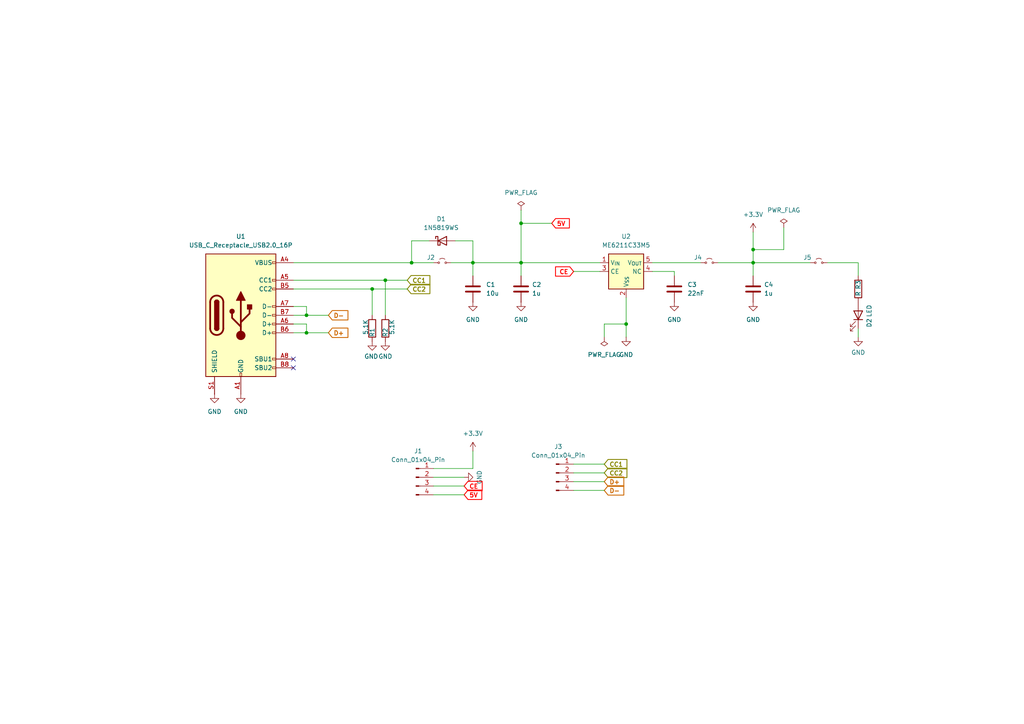
<source format=kicad_sch>
(kicad_sch (version 20250114) (generator "eeschema") (generator_version "9.0")
  (paper "A4")
  (lib_symbols
    (symbol "Connector:Conn_01x04_Pin" (pin_names (offset 1.016) (hide yes))
      (property "Reference" "J" (at 0 5.08 0))
      (property "Value" "Conn_01x04_Pin" (at 0 -7.62 0))
      (symbol "Conn_01x04_Pin_1_1"
        (rectangle (start 0.8636 2.667) (end 0 2.413) (stroke (width 0.1524)) (fill (type outline)))
        (rectangle (start 0.8636 0.127) (end 0 -0.127) (stroke (width 0.1524)) (fill (type outline)))
        (rectangle (start 0.8636 -2.413) (end 0 -2.667) (stroke (width 0.1524)) (fill (type outline)))
        (rectangle (start 0.8636 -4.953) (end 0 -5.207) (stroke (width 0.1524)) (fill (type outline)))
        (polyline (pts (xy 1.27 2.54) (xy 0.8636 2.54)) (stroke (width 0.1524)))
        (polyline (pts (xy 1.27 0) (xy 0.8636 0)) (stroke (width 0.1524)))
        (polyline (pts (xy 1.27 -2.54) (xy 0.8636 -2.54)) (stroke (width 0.1524)))
        (polyline (pts (xy 1.27 -5.08) (xy 0.8636 -5.08)) (stroke (width 0.1524)))
        (pin passive line (at 5.08 2.54 180) (length 3.81) (name "Pin_1") (number "1"))
        (pin passive line (at 5.08 0 180) (length 3.81) (name "Pin_2") (number "2"))
        (pin passive line (at 5.08 -2.54 180) (length 3.81) (name "Pin_3") (number "3"))
        (pin passive line (at 5.08 -5.08 180) (length 3.81) (name "Pin_4") (number "4"))
      )
    )
    (symbol "Connector:USB_C_Receptacle_USB2.0_16P" (pin_names (offset 1.016))
      (property "Reference" "J" (at 0 22.225 0))
      (property "Value" "USB_C_Receptacle_USB2.0_16P" (at 0 19.685 0))
      (symbol "USB_C_Receptacle_USB2.0_16P_0_0"
        (rectangle (start -0.254 -17.78) (end 0.254 -16.764))
        (rectangle (start 10.16 15.494) (end 9.144 14.986))
        (rectangle (start 10.16 10.414) (end 9.144 9.906))
        (rectangle (start 10.16 7.874) (end 9.144 7.366))
        (rectangle (start 10.16 2.794) (end 9.144 2.286))
        (rectangle (start 10.16 0.254) (end 9.144 -0.254))
        (rectangle (start 10.16 -2.286) (end 9.144 -2.794))
        (rectangle (start 10.16 -4.826) (end 9.144 -5.334))
        (rectangle (start 10.16 -12.446) (end 9.144 -12.954))
        (rectangle (start 10.16 -14.986) (end 9.144 -15.494))
      )
      (symbol "USB_C_Receptacle_USB2.0_16P_0_1"
        (rectangle (start -10.16 17.78) (end 10.16 -17.78) (stroke (width 0.254)) (fill (type background)))
        (polyline (pts (xy -8.89 -3.81) (xy -8.89 3.81)) (stroke (width 0.508)))
        (rectangle (start -7.62 -3.81) (end -6.35 3.81) (stroke (width 0.254)) (fill (type outline)))
        (arc (start -7.62 3.81) (mid -6.985 4.4423) (end -6.35 3.81) (stroke (width 0.254)))
        (arc (start -7.62 3.81) (mid -6.985 4.4423) (end -6.35 3.81) (stroke (width 0.254)) (fill (type outline)))
        (arc (start -8.89 3.81) (mid -6.985 5.7067) (end -5.08 3.81) (stroke (width 0.508)))
        (arc (start -5.08 -3.81) (mid -6.985 -5.7067) (end -8.89 -3.81) (stroke (width 0.508)))
        (arc (start -6.35 -3.81) (mid -6.985 -4.4423) (end -7.62 -3.81) (stroke (width 0.254)))
        (arc (start -6.35 -3.81) (mid -6.985 -4.4423) (end -7.62 -3.81) (stroke (width 0.254)) (fill (type outline)))
        (polyline (pts (xy -5.08 3.81) (xy -5.08 -3.81)) (stroke (width 0.508)))
        (circle (center -2.54 1.143) (radius 0.635) (stroke (width 0.254)) (fill (type outline)))
        (polyline (pts (xy -1.27 4.318) (xy 0 6.858) (xy 1.27 4.318) (xy -1.27 4.318)) (stroke (width 0.254)) (fill (type outline)))
        (polyline (pts (xy 0 -2.032) (xy 2.54 0.508) (xy 2.54 1.778)) (stroke (width 0.508)))
        (polyline (pts (xy 0 -3.302) (xy -2.54 -0.762) (xy -2.54 0.508)) (stroke (width 0.508)))
        (polyline (pts (xy 0 -5.842) (xy 0 4.318)) (stroke (width 0.508)))
        (circle (center 0 -5.842) (radius 1.27) (fill (type outline)))
        (rectangle (start 1.905 1.778) (end 3.175 3.048) (stroke (width 0.254)) (fill (type outline)))
      )
      (symbol "USB_C_Receptacle_USB2.0_16P_1_1"
        (pin passive line (at -7.62 -22.86 90) (length 5.08) (name "SHIELD") (number "S1"))
        (pin passive line (at 0 -22.86 90) (length 5.08) (name "GND") (number "A1"))
        (pin passive line (at 0 -22.86 90) (length 5.08) (hide yes) (name "GND") (number "A12"))
        (pin passive line (at 0 -22.86 90) (length 5.08) (hide yes) (name "GND") (number "B1"))
        (pin passive line (at 0 -22.86 90) (length 5.08) (hide yes) (name "GND") (number "B12"))
        (pin passive line (at 15.24 15.24 180) (length 5.08) (name "VBUS") (number "A4"))
        (pin passive line (at 15.24 15.24 180) (length 5.08) (hide yes) (name "VBUS") (number "A9"))
        (pin passive line (at 15.24 15.24 180) (length 5.08) (hide yes) (name "VBUS") (number "B4"))
        (pin passive line (at 15.24 15.24 180) (length 5.08) (hide yes) (name "VBUS") (number "B9"))
        (pin bidirectional line (at 15.24 10.16 180) (length 5.08) (name "CC1") (number "A5"))
        (pin bidirectional line (at 15.24 7.62 180) (length 5.08) (name "CC2") (number "B5"))
        (pin bidirectional line (at 15.24 2.54 180) (length 5.08) (name "D-") (number "A7"))
        (pin bidirectional line (at 15.24 0 180) (length 5.08) (name "D-") (number "B7"))
        (pin bidirectional line (at 15.24 -2.54 180) (length 5.08) (name "D+") (number "A6"))
        (pin bidirectional line (at 15.24 -5.08 180) (length 5.08) (name "D+") (number "B6"))
        (pin bidirectional line (at 15.24 -12.7 180) (length 5.08) (name "SBU1") (number "A8"))
        (pin bidirectional line (at 15.24 -15.24 180) (length 5.08) (name "SBU2") (number "B8"))
      )
    )
    (symbol "Device:C" (pin_numbers (hide yes)) (pin_names (offset 0.254))
      (property "Reference" "C" (at 0.635 2.54 0))
      (property "Value" "C" (at 0.635 -2.54 0))
      (symbol "C_0_1"
        (polyline (pts (xy -2.032 0.762) (xy 2.032 0.762)) (stroke (width 0.508)))
        (polyline (pts (xy -2.032 -0.762) (xy 2.032 -0.762)) (stroke (width 0.508)))
      )
      (symbol "C_1_1"
        (pin passive line (at 0 3.81 270) (length 2.794) (name "~") (number "1"))
        (pin passive line (at 0 -3.81 90) (length 2.794) (name "~") (number "2"))
      )
    )
    (symbol "Device:LED" (pin_numbers (hide yes)) (pin_names (offset 1.016) (hide yes))
      (property "Reference" "D" (at 0 2.54 0))
      (property "Value" "LED" (at 0 -2.54 0))
      (symbol "LED_0_1"
        (polyline (pts (xy -3.048 -0.762) (xy -4.572 -2.286) (xy -3.81 -2.286) (xy -4.572 -2.286) (xy -4.572 -1.524)))
        (polyline (pts (xy -1.778 -0.762) (xy -3.302 -2.286) (xy -2.54 -2.286) (xy -3.302 -2.286) (xy -3.302 -1.524)))
        (polyline (pts (xy -1.27 0) (xy 1.27 0)))
        (polyline (pts (xy -1.27 -1.27) (xy -1.27 1.27)) (stroke (width 0.254)))
        (polyline (pts (xy 1.27 -1.27) (xy 1.27 1.27) (xy -1.27 0) (xy 1.27 -1.27)) (stroke (width 0.254)))
      )
      (symbol "LED_1_1"
        (pin passive line (at -3.81 0 0) (length 2.54) (name "K") (number "1"))
        (pin passive line (at 3.81 0 180) (length 2.54) (name "A") (number "2"))
      )
    )
    (symbol "Device:R" (pin_numbers (hide yes)) (pin_names (offset 0))
      (property "Reference" "R" (at 2.032 0 90))
      (property "Value" "R" (at 0 0 90))
      (symbol "R_0_1"
        (rectangle (start -1.016 -2.54) (end 1.016 2.54) (stroke (width 0.254)))
      )
      (symbol "R_1_1"
        (pin passive line (at 0 3.81 270) (length 1.27) (name "~") (number "1"))
        (pin passive line (at 0 -3.81 90) (length 1.27) (name "~") (number "2"))
      )
    )
    (symbol "Diode:1N5819WS" (pin_numbers (hide yes)) (pin_names (offset 1.016) (hide yes))
      (property "Reference" "D" (at 0 2.54 0))
      (property "Value" "1N5819WS" (at 0 -2.54 0))
      (symbol "1N5819WS_0_1"
        (polyline (pts (xy -1.905 0.635) (xy -1.905 1.27) (xy -1.27 1.27) (xy -1.27 -1.27) (xy -0.635 -1.27) (xy -0.635 -0.635)) (stroke (width 0.254)))
        (polyline (pts (xy 1.27 1.27) (xy 1.27 -1.27) (xy -1.27 0) (xy 1.27 1.27)) (stroke (width 0.254)))
        (polyline (pts (xy 1.27 0) (xy -1.27 0)))
      )
      (symbol "1N5819WS_1_1"
        (pin passive line (at -3.81 0 0) (length 2.54) (name "K") (number "1"))
        (pin passive line (at 3.81 0 180) (length 2.54) (name "A") (number "2"))
      )
    )
    (symbol "GND_1" (power) (pin_numbers (hide yes)) (pin_names (offset 0) (hide yes))
      (property "Value" "GND" (at 0 -3.81 0))
      (symbol "GND_1_0_1"
        (polyline (pts (xy 0 0) (xy 0 -1.27) (xy 1.27 -1.27) (xy 0 -2.54) (xy -1.27 -1.27) (xy 0 -1.27)))
      )
      (symbol "GND_1_1_1"
        (pin power_in line (at 0 0 270) (length 0) (name "~") (number "1"))
      )
    )
    (symbol "Jumper:Jumper_2_Small_Open" (pin_numbers (hide yes)) (pin_names (offset 0) (hide yes))
      (property "Reference" "JP" (at 0 2.794 0))
      (property "Value" "Jumper_2_Small_Open" (at 0 -2.286 0))
      (symbol "Jumper_2_Small_Open_0_0"
        (circle (center -1.016 0) (radius 0.254))
        (circle (center 1.016 0) (radius 0.254))
      )
      (symbol "Jumper_2_Small_Open_0_1"
        (arc (start -0.762 1.0196) (mid 0 1.2729) (end 0.762 1.0196))
      )
      (symbol "Jumper_2_Small_Open_1_1"
        (pin passive line (at -2.54 0 0) (length 1.27) (name "A") (number "1"))
        (pin passive line (at 2.54 0 180) (length 1.27) (name "B") (number "2"))
      )
    )
    (symbol "Regulator_Linear:ME6211C33M5"
      (property "Reference" "U6" (at 0 10.16 0))
      (property "Value" "ME6211C33M5" (at 0 7.62 0))
      (symbol "ME6211C33M5_1_1"
        (rectangle (start -5.08 5.08) (end 5.08 -5.08) (stroke (width 0.254)) (fill (type background)))
        (pin power_in line (at -7.62 2.54 0) (length 2.54) (name "V_{IN}") (number "1"))
        (pin input line (at -7.62 0 0) (length 2.54) (name "CE") (number "3"))
        (pin power_in line (at 0 -7.62 90) (length 2.54) (name "V_{SS}") (number "2"))
        (pin power_out line (at 7.62 2.54 180) (length 2.54) (name "V_{OUT}") (number "5"))
        (pin free line (at 7.62 0 180) (length 2.54) (name "NC") (number "4"))
      )
    )
    (symbol "power:+3.3V" (power) (pin_numbers (hide yes)) (pin_names (offset 0) (hide yes))
      (property "Value" "+3.3V" (at 0 3.556 0))
      (symbol "+3.3V_0_1"
        (polyline (pts (xy -0.762 1.27) (xy 0 2.54)))
        (polyline (pts (xy 0 2.54) (xy 0.762 1.27)))
        (polyline (pts (xy 0 0) (xy 0 2.54)))
      )
      (symbol "+3.3V_1_1"
        (pin power_in line (at 0 0 90) (length 0) (name "~") (number "1"))
      )
    )
    (symbol "power:GND" (power) (pin_numbers (hide yes)) (pin_names (offset 0) (hide yes))
      (property "Value" "GND" (at 0 -3.81 0))
      (symbol "GND_0_1"
        (polyline (pts (xy 0 0) (xy 0 -1.27) (xy 1.27 -1.27) (xy 0 -2.54) (xy -1.27 -1.27) (xy 0 -1.27)))
      )
      (symbol "GND_1_1"
        (pin power_in line (at 0 0 270) (length 0) (name "~") (number "1"))
      )
    )
    (symbol "power:PWR_FLAG" (power) (pin_numbers (hide yes)) (pin_names (offset 0) (hide yes))
      (property "Value" "PWR_FLAG" (at 0 3.81 0))
      (symbol "PWR_FLAG_0_0"
        (pin power_out line (at 0 0 90) (length 0) (name "~") (number "1"))
      )
      (symbol "PWR_FLAG_0_1"
        (polyline (pts (xy 0 0) (xy 0 1.27) (xy -1.016 1.905) (xy 0 2.54) (xy 1.016 1.905) (xy 0 1.27)))
      )
    )
  )
  (junction (at 181.61 93.98))
  (junction (at 119.38 76.2))
  (junction (at 111.76 81.28))
  (junction (at 151.13 76.2))
  (junction (at 88.9 91.44))
  (junction (at 107.95 83.82))
  (junction (at 151.13 64.77))
  (junction (at 88.9 96.52))
  (junction (at 137.16 76.2))
  (junction (at 218.44 76.2))
  (junction (at 218.44 72.39))
  (no_connect (at 85.09 106.68))
  (no_connect (at 85.09 104.14))
  (wire (pts (xy 88.9 96.52) (xy 88.9 93.98)))
  (wire (pts (xy 195.58 78.74) (xy 189.23 78.74)))
  (wire (pts (xy 151.13 76.2) (xy 151.13 80.01)))
  (wire (pts (xy 85.09 76.2) (xy 119.38 76.2)))
  (wire (pts (xy 195.58 78.74) (xy 195.58 80.01)))
  (wire (pts (xy 85.09 83.82) (xy 107.95 83.82)))
  (wire (pts (xy 111.76 81.28) (xy 118.11 81.28)))
  (wire (pts (xy 134.62 140.97) (xy 125.73 140.97)))
  (wire (pts (xy 137.16 135.89) (xy 137.16 130.81)))
  (wire (pts (xy 107.95 83.82) (xy 118.11 83.82)))
  (wire (pts (xy 218.44 72.39) (xy 218.44 76.2)))
  (wire (pts (xy 175.26 93.98) (xy 181.61 93.98)))
  (wire (pts (xy 218.44 72.39) (xy 227.33 72.39)))
  (wire (pts (xy 107.95 83.82) (xy 107.95 91.44)))
  (wire (pts (xy 166.37 142.24) (xy 175.26 142.24)))
  (wire (pts (xy 134.62 143.51) (xy 125.73 143.51)))
  (wire (pts (xy 248.92 76.2) (xy 248.92 80.01)))
  (wire (pts (xy 248.92 97.79) (xy 248.92 95.25)))
  (wire (pts (xy 85.09 91.44) (xy 88.9 91.44)))
  (wire (pts (xy 227.33 72.39) (xy 227.33 66.04)))
  (wire (pts (xy 85.09 93.98) (xy 88.9 93.98)))
  (wire (pts (xy 137.16 69.85) (xy 137.16 76.2)))
  (wire (pts (xy 218.44 67.31) (xy 218.44 72.39)))
  (wire (pts (xy 151.13 60.96) (xy 151.13 64.77)))
  (wire (pts (xy 85.09 96.52) (xy 88.9 96.52)))
  (wire (pts (xy 189.23 76.2) (xy 203.2 76.2)))
  (wire (pts (xy 151.13 64.77) (xy 151.13 76.2)))
  (wire (pts (xy 88.9 91.44) (xy 95.25 91.44)))
  (wire (pts (xy 85.09 88.9) (xy 88.9 88.9)))
  (wire (pts (xy 181.61 93.98) (xy 181.61 97.79)))
  (wire (pts (xy 234.95 76.2) (xy 218.44 76.2)))
  (wire (pts (xy 166.37 134.62) (xy 175.26 134.62)))
  (wire (pts (xy 130.81 76.2) (xy 137.16 76.2)))
  (wire (pts (xy 218.44 76.2) (xy 218.44 80.01)))
  (wire (pts (xy 166.37 137.16) (xy 175.26 137.16)))
  (wire (pts (xy 208.28 76.2) (xy 218.44 76.2)))
  (wire (pts (xy 119.38 69.85) (xy 119.38 76.2)))
  (wire (pts (xy 125.73 135.89) (xy 137.16 135.89)))
  (wire (pts (xy 166.37 139.7) (xy 175.26 139.7)))
  (wire (pts (xy 125.73 138.43) (xy 134.62 138.43)))
  (wire (pts (xy 88.9 91.44) (xy 88.9 88.9)))
  (wire (pts (xy 175.26 93.98) (xy 175.26 97.79)))
  (wire (pts (xy 137.16 80.01) (xy 137.16 76.2)))
  (wire (pts (xy 88.9 96.52) (xy 95.25 96.52)))
  (wire (pts (xy 132.08 69.85) (xy 137.16 69.85)))
  (wire (pts (xy 119.38 76.2) (xy 125.73 76.2)))
  (wire (pts (xy 181.61 86.36) (xy 181.61 93.98)))
  (wire (pts (xy 160.02 64.77) (xy 151.13 64.77)))
  (wire (pts (xy 240.03 76.2) (xy 248.92 76.2)))
  (wire (pts (xy 166.37 78.74) (xy 173.99 78.74)))
  (wire (pts (xy 111.76 81.28) (xy 111.76 91.44)))
  (wire (pts (xy 85.09 81.28) (xy 111.76 81.28)))
  (wire (pts (xy 151.13 76.2) (xy 173.99 76.2)))
  (wire (pts (xy 137.16 76.2) (xy 151.13 76.2)))
  (wire (pts (xy 119.38 69.85) (xy 124.46 69.85)))
  (global_label "5V" (shape input) (at 134.62 143.51 0) (effects (font (thickness 0.254) (bold yes))) (property "Intersheetrefs" "${INTERSHEET_REFS}" (effects (hide yes))))
  (global_label "CC1" (shape input) (at 175.26 134.62 0) (effects (font (thickness 0.254) (bold yes))) (property "Intersheetrefs" "${INTERSHEET_REFS}" (effects (hide yes))))
  (global_label "CE" (shape input) (at 134.62 140.97 0) (effects (font (thickness 0.254) (bold yes))) (property "Intersheetrefs" "${INTERSHEET_REFS}" (effects (hide yes))))
  (global_label "CC2" (shape input) (at 118.11 83.82 0) (effects (font (thickness 0.254) (bold yes))) (property "Intersheetrefs" "${INTERSHEET_REFS}" (effects (hide yes))))
  (global_label "CC1" (shape input) (at 118.11 81.28 0) (effects (font (thickness 0.254) (bold yes))) (property "Intersheetrefs" "${INTERSHEET_REFS}" (effects (hide yes))))
  (global_label "5V" (shape input) (at 160.02 64.77 0) (effects (font (thickness 0.254) (bold yes))) (property "Intersheetrefs" "${INTERSHEET_REFS}" (effects (hide yes))))
  (global_label "D-" (shape input) (at 175.26 142.24 0) (effects (font (thickness 0.254) (bold yes))) (property "Intersheetrefs" "${INTERSHEET_REFS}" (effects (hide yes))))
  (global_label "D+" (shape input) (at 175.26 139.7 0) (effects (font (thickness 0.254) (bold yes))) (property "Intersheetrefs" "${INTERSHEET_REFS}" (effects (hide yes))))
  (global_label "CC2" (shape input) (at 175.26 137.16 0) (effects (font (thickness 0.254) (bold yes))) (property "Intersheetrefs" "${INTERSHEET_REFS}" (effects (hide yes))))
  (global_label "CE" (shape input) (at 166.37 78.74 180) (effects (font (thickness 0.254) (bold yes))) (property "Intersheetrefs" "${INTERSHEET_REFS}" (effects (hide yes))))
  (global_label "D+" (shape input) (at 95.25 96.52 0) (effects (font (thickness 0.254) (bold yes))) (property "Intersheetrefs" "${INTERSHEET_REFS}" (effects (hide yes))))
  (global_label "D-" (shape input) (at 95.25 91.44 0) (effects (font (thickness 0.254) (bold yes))) (property "Intersheetrefs" "${INTERSHEET_REFS}" (effects (hide yes))))
  (symbol (lib_id "power:GND") (at 181.61 97.79 0) (unit 1)
    (property "Reference" "#PWR09" (effects (hide yes)))
    (property "Value" "GND" (at 181.61 102.87 0))
    (property "Description" "Power symbol creates a global label with name \"GND\" , ground" (effects (hide yes)))
  )
  (symbol (lib_id "Device:R") (at 107.95 95.25 0) (unit 1)
    (property "Reference" "R1" (at 107.95 97.79 90) (effects (justify left)))
    (property "Value" "5.1K" (at 106.045 97.155 90) (effects (justify left)))
    (property "Footprint" "Resistor_SMD:R_0603_1608Metric" (effects (hide yes)))
  )
  (symbol (lib_id "power:+3.3V") (at 137.16 130.81 0) (unit 1)
    (property "Reference" "#PWR07" (effects (hide yes)))
    (property "Value" "+3.3V" (at 137.16 125.73 0))
    (property "Description" "Power symbol creates a global label with name \"+3.3V\"" (effects (hide yes)))
  )
  (symbol (lib_id "Jumper:Jumper_2_Small_Open") (at 205.74 76.2 0) (unit 1)
    (property "Reference" "J4" (at 202.438 74.676 0))
    (property "Value" "Jumper_2" (effects (hide yes)))
    (property "Footprint" "IOT-Mess-Footprints:Jumpper-triangle" (effects (hide yes)))
    (property "Description" "Jumper, 2-pole, small symbol, open" (effects (hide yes)))
  )
  (symbol (lib_id "Device:C") (at 137.16 83.82 0) (unit 1)
    (property "Reference" "C1" (at 140.97 82.55 0) (effects (justify left)))
    (property "Value" "10u" (at 140.97 85.09 0) (effects (justify left)))
    (property "Footprint" "Capacitor_SMD:C_0603_1608Metric" (effects (hide yes)))
  )
  (symbol (lib_name "GND_1") (lib_id "power:GND") (at 69.85 114.3 0) (unit 1)
    (property "Reference" "#PWR02" (effects (hide yes)))
    (property "Value" "GND" (at 69.85 119.38 0))
    (property "Description" "Power symbol creates a global label with name \"GND\" , ground" (effects (hide yes)))
  )
  (symbol (lib_name "GND_1") (lib_id "power:GND") (at 111.76 99.06 0) (mirror y) (unit 1)
    (property "Reference" "#PWR04" (effects (hide yes)))
    (property "Value" "GND" (at 109.728 103.378 0) (effects (justify right)))
    (property "Description" "Power symbol creates a global label with name \"GND\" , ground" (effects (hide yes)))
  )
  (symbol (lib_id "power:GND") (at 248.92 97.79 0) (mirror y) (unit 1)
    (property "Reference" "#PWR013" (effects (hide yes)))
    (property "Value" "GND" (at 248.92 102.235 0))
    (property "Description" "Power symbol creates a global label with name \"GND\" , ground" (effects (hide yes)))
  )
  (symbol (lib_id "Jumper:Jumper_2_Small_Open") (at 237.49 76.2 0) (unit 1)
    (property "Reference" "J5" (at 234.188 74.676 0))
    (property "Value" "Jumper_2" (effects (hide yes)))
    (property "Footprint" "IOT-Mess-Footprints:Jumpper-triangle" (effects (hide yes)))
    (property "Description" "Jumper, 2-pole, small symbol, open" (effects (hide yes)))
  )
  (symbol (lib_id "Device:R") (at 111.76 95.25 0) (unit 1)
    (property "Reference" "R2" (at 111.76 97.79 90) (effects (justify left)))
    (property "Value" "5.1K" (at 113.665 97.155 90) (effects (justify left)))
    (property "Footprint" "Resistor_SMD:R_0603_1608Metric" (effects (hide yes)))
  )
  (symbol (lib_id "Regulator_Linear:ME6211C33M5") (at 181.61 78.74 0) (unit 1)
    (property "Reference" "U2" (at 181.61 68.58 0))
    (property "Value" "ME6211C33M5" (at 181.61 71.12 0))
    (property "Footprint" "Package_TO_SOT_SMD:SOT-23-5" (effects (hide yes)))
    (property "Datasheet" "https://www.lcsc.com/datasheet/lcsc_datasheet_2304140030_MICRONE-Nanjing-Micro-One-Elec-ME6211C33R5G_C235316.pdf" (effects (hide yes)))
    (property "Description" "500mA low dropout linear regulator, shutdown pin, 6.5V max input voltage, 3.3V fixed positive output, SOT-23-5" (effects (hide yes)))
  )
  (symbol (lib_id "Device:C") (at 195.58 83.82 0) (unit 1)
    (property "Reference" "C3" (at 199.39 82.5499 0) (effects (justify left)))
    (property "Value" "22nF" (at 199.39 85.0899 0) (effects (justify left)))
    (property "Footprint" "Capacitor_SMD:C_0603_1608Metric" (effects (hide yes)))
  )
  (symbol (lib_id "Jumper:Jumper_2_Small_Open") (at 128.27 76.2 0) (unit 1)
    (property "Reference" "J2" (at 124.968 74.676 0))
    (property "Value" "Jumper_2" (effects (hide yes)))
    (property "Footprint" "IOT-Mess-Footprints:Jumpper-triangle" (effects (hide yes)))
    (property "Description" "Jumper, 2-pole, small symbol, open" (effects (hide yes)))
  )
  (symbol (lib_id "Connector:Conn_01x04_Pin") (at 161.29 137.16 0) (unit 1)
    (property "Reference" "J3" (at 161.925 129.54 0))
    (property "Value" "Conn_01x04_Pin" (at 161.925 132.08 0))
    (property "Footprint" "Connector_PinHeader_2.54mm:PinHeader_1x04_P2.54mm_Vertical" (effects (hide yes)))
    (property "Description" "Generic connector, single row, 01x04, script generated" (effects (hide yes)))
  )
  (symbol (lib_id "power:PWR_FLAG") (at 227.33 66.04 0) (unit 1)
    (property "Reference" "#FLG03" (effects (hide yes)))
    (property "Value" "PWR_FLAG" (at 227.33 60.96 0))
    (property "Description" "Special symbol for telling ERC where power comes from" (effects (hide yes)))
  )
  (symbol (lib_name "GND_1") (lib_id "power:GND") (at 195.58 87.63 0) (unit 1)
    (property "Reference" "#PWR010" (effects (hide yes)))
    (property "Value" "GND" (at 195.58 92.71 0))
    (property "Description" "Power symbol creates a global label with name \"GND\" , ground" (effects (hide yes)))
  )
  (symbol (lib_id "power:PWR_FLAG") (at 151.13 60.96 0) (unit 1)
    (property "Reference" "#FLG01" (effects (hide yes)))
    (property "Value" "PWR_FLAG" (at 151.13 55.88 0))
    (property "Description" "Special symbol for telling ERC where power comes from" (effects (hide yes)))
  )
  (symbol (lib_id "power:PWR_FLAG") (at 175.26 97.79 180) (unit 1)
    (property "Reference" "#FLG02" (effects (hide yes)))
    (property "Value" "PWR_FLAG" (at 175.26 102.87 0))
    (property "Description" "Special symbol for telling ERC where power comes from" (effects (hide yes)))
  )
  (symbol (lib_name "GND_1") (lib_id "power:GND") (at 62.23 114.3 0) (unit 1)
    (property "Reference" "#PWR01" (effects (hide yes)))
    (property "Value" "GND" (at 62.23 119.38 0))
    (property "Description" "Power symbol creates a global label with name \"GND\" , ground" (effects (hide yes)))
  )
  (symbol (lib_id "Device:LED") (at 248.92 91.44 270) (mirror x) (unit 1)
    (property "Reference" "D2" (at 252.095 93.6625 0))
    (property "Value" "LED" (at 252.095 90.17 0))
    (property "Footprint" "LED_SMD:LED_0603_1608Metric" (effects (hide yes)))
    (property "Description" "Light emitting diode" (effects (hide yes)))
    (property "Sim.Pins" "1=K 2=A" (effects (hide yes)))
  )
  (symbol (lib_id "Device:C") (at 151.13 83.82 0) (unit 1)
    (property "Reference" "C2" (at 154.305 82.55 0) (effects (justify left)))
    (property "Value" "1u" (at 154.305 85.09 0) (effects (justify left)))
    (property "Footprint" "Capacitor_SMD:C_0603_1608Metric" (effects (hide yes)))
  )
  (symbol (lib_id "power:+3.3V") (at 218.44 67.31 0) (unit 1)
    (property "Reference" "#PWR011" (effects (hide yes)))
    (property "Value" "+3.3V" (at 218.44 62.23 0))
    (property "Description" "Power symbol creates a global label with name \"+3.3V\"" (effects (hide yes)))
  )
  (symbol (lib_id "Connector:USB_C_Receptacle_USB2.0_16P") (at 69.85 91.44 0) (unit 1)
    (property "Reference" "U1" (at 69.85 68.58 0))
    (property "Value" "USB_C_Receptacle_USB2.0_16P" (at 69.85 71.12 0))
    (property "Footprint" "Connector_USB:USB_C_Receptacle_HRO_TYPE-C-31-M-12" (effects (hide yes)))
    (property "Datasheet" "https://www.usb.org/sites/default/files/documents/usb_type-c.zip" (effects (hide yes)))
    (property "Description" "USB 2.0-only 16P Type-C Receptacle connector" (effects (hide yes)))
  )
  (symbol (lib_name "GND_1") (lib_id "power:GND") (at 107.95 99.06 0) (unit 1)
    (property "Reference" "#PWR03" (effects (hide yes)))
    (property "Value" "GND" (at 109.728 103.378 0) (effects (justify right)))
    (property "Description" "Power symbol creates a global label with name \"GND\" , ground" (effects (hide yes)))
  )
  (symbol (lib_id "Connector:Conn_01x04_Pin") (at 120.65 138.43 0) (unit 1)
    (property "Reference" "J1" (at 121.285 130.81 0))
    (property "Value" "Conn_01x04_Pin" (at 121.285 133.35 0))
    (property "Footprint" "Connector_PinHeader_2.54mm:PinHeader_1x04_P2.54mm_Vertical" (effects (hide yes)))
    (property "Description" "Generic connector, single row, 01x04, script generated" (effects (hide yes)))
  )
  (symbol (lib_id "Device:C") (at 218.44 83.82 0) (unit 1)
    (property "Reference" "C4" (at 221.615 82.55 0) (effects (justify left)))
    (property "Value" "1u" (at 221.615 85.09 0) (effects (justify left)))
    (property "Footprint" "Capacitor_SMD:C_0603_1608Metric" (effects (hide yes)))
  )
  (symbol (lib_name "GND_1") (lib_id "power:GND") (at 218.44 87.63 0) (unit 1)
    (property "Reference" "#PWR012" (effects (hide yes)))
    (property "Value" "GND" (at 218.44 92.71 0))
    (property "Description" "Power symbol creates a global label with name \"GND\" , ground" (effects (hide yes)))
  )
  (symbol (lib_name "GND_1") (lib_id "power:GND") (at 151.13 87.63 0) (unit 1)
    (property "Reference" "#PWR08" (effects (hide yes)))
    (property "Value" "GND" (at 151.13 92.71 0))
    (property "Description" "Power symbol creates a global label with name \"GND\" , ground" (effects (hide yes)))
  )
  (symbol (lib_id "power:GND") (at 134.62 138.43 90) (mirror x) (unit 1)
    (property "Reference" "#PWR05" (effects (hide yes)))
    (property "Value" "GND" (at 139.065 138.43 0))
    (property "Description" "Power symbol creates a global label with name \"GND\" , ground" (effects (hide yes)))
  )
  (symbol (lib_id "Diode:1N5819WS") (at 128.27 69.85 0) (unit 1)
    (property "Reference" "D1" (at 127.9525 63.5 0))
    (property "Value" "1N5819WS" (at 127.9525 66.04 0))
    (property "Footprint" "Diode_SMD:D_SOD-323" (effects (hide yes)))
    (property "Datasheet" "https://datasheet.lcsc.com/lcsc/2204281430_Guangdong-Hottech-1N5819WS_C191023.pdf" (effects (hide yes)))
    (property "Description" "40V 600mV@1A 1A SOD-323 Schottky Barrier Diodes, SOD-323" (effects (hide yes)))
  )
  (symbol (lib_name "GND_1") (lib_id "power:GND") (at 137.16 87.63 0) (unit 1)
    (property "Reference" "#PWR06" (effects (hide yes)))
    (property "Value" "GND" (at 137.16 92.71 0))
    (property "Description" "Power symbol creates a global label with name \"GND\" , ground" (effects (hide yes)))
  )
  (symbol (lib_id "Device:R") (at 248.92 83.82 180) (unit 1)
    (property "Reference" "R3" (at 248.92 81.28 90) (effects (justify left)))
    (property "Value" "R" (at 248.92 84.455 90) (effects (justify left)))
    (property "Footprint" "Resistor_SMD:R_0603_1608Metric" (effects (hide yes)))
  )
)
</source>
